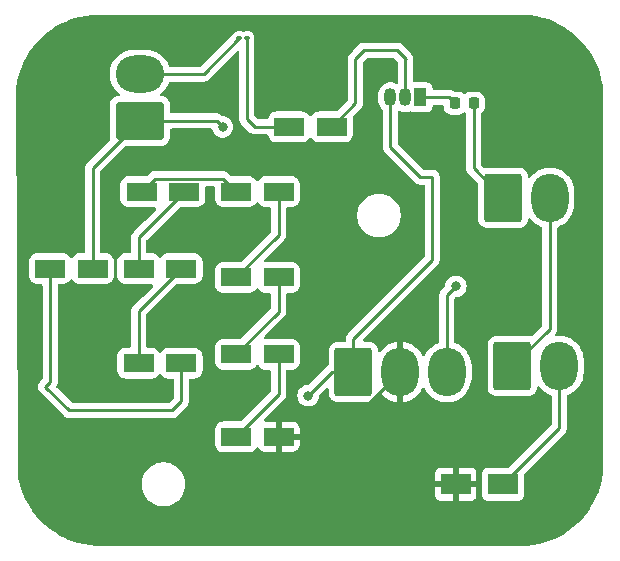
<source format=gbr>
%TF.GenerationSoftware,KiCad,Pcbnew,8.0.5*%
%TF.CreationDate,2024-10-05T15:02:31-05:00*%
%TF.ProjectId,HornsBoard,486f726e-7342-46f6-9172-642e6b696361,0.0*%
%TF.SameCoordinates,Original*%
%TF.FileFunction,Copper,L1,Top*%
%TF.FilePolarity,Positive*%
%FSLAX46Y46*%
G04 Gerber Fmt 4.6, Leading zero omitted, Abs format (unit mm)*
G04 Created by KiCad (PCBNEW 8.0.5) date 2024-10-05 15:02:31*
%MOMM*%
%LPD*%
G01*
G04 APERTURE LIST*
G04 Aperture macros list*
%AMRoundRect*
0 Rectangle with rounded corners*
0 $1 Rounding radius*
0 $2 $3 $4 $5 $6 $7 $8 $9 X,Y pos of 4 corners*
0 Add a 4 corners polygon primitive as box body*
4,1,4,$2,$3,$4,$5,$6,$7,$8,$9,$2,$3,0*
0 Add four circle primitives for the rounded corners*
1,1,$1+$1,$2,$3*
1,1,$1+$1,$4,$5*
1,1,$1+$1,$6,$7*
1,1,$1+$1,$8,$9*
0 Add four rect primitives between the rounded corners*
20,1,$1+$1,$2,$3,$4,$5,0*
20,1,$1+$1,$4,$5,$6,$7,0*
20,1,$1+$1,$6,$7,$8,$9,0*
20,1,$1+$1,$8,$9,$2,$3,0*%
G04 Aperture macros list end*
%TA.AperFunction,ComponentPad*%
%ADD10RoundRect,0.250000X-1.330000X-1.800000X1.330000X-1.800000X1.330000X1.800000X-1.330000X1.800000X0*%
%TD*%
%TA.AperFunction,ComponentPad*%
%ADD11O,3.160000X4.100000*%
%TD*%
%TA.AperFunction,SMDPad,CuDef*%
%ADD12RoundRect,0.100000X-0.130000X-0.100000X0.130000X-0.100000X0.130000X0.100000X-0.130000X0.100000X0*%
%TD*%
%TA.AperFunction,ComponentPad*%
%ADD13R,1.050000X1.500000*%
%TD*%
%TA.AperFunction,ComponentPad*%
%ADD14O,1.050000X1.500000*%
%TD*%
%TA.AperFunction,ComponentPad*%
%ADD15RoundRect,0.250000X1.800000X-1.330000X1.800000X1.330000X-1.800000X1.330000X-1.800000X-1.330000X0*%
%TD*%
%TA.AperFunction,ComponentPad*%
%ADD16O,4.100000X3.160000*%
%TD*%
%TA.AperFunction,SMDPad,CuDef*%
%ADD17RoundRect,0.250000X-1.050000X-0.550000X1.050000X-0.550000X1.050000X0.550000X-1.050000X0.550000X0*%
%TD*%
%TA.AperFunction,SMDPad,CuDef*%
%ADD18RoundRect,0.218750X-0.218750X-0.256250X0.218750X-0.256250X0.218750X0.256250X-0.218750X0.256250X0*%
%TD*%
%TA.AperFunction,SMDPad,CuDef*%
%ADD19R,2.500000X1.800000*%
%TD*%
%TA.AperFunction,ViaPad*%
%ADD20C,0.800000*%
%TD*%
%TA.AperFunction,Conductor*%
%ADD21C,0.250000*%
%TD*%
G04 APERTURE END LIST*
D10*
%TO.P,J4,1,Pin_1*%
%TO.N,Net-(J4-Pin_1)*%
X168250000Y-95000000D03*
D11*
%TO.P,J4,2,Pin_2*%
%TO.N,Net-(J3-Pin_1)*%
X172210000Y-95000000D03*
%TD*%
D12*
%TO.P,R1,1*%
%TO.N,/HornCtrl*%
X145930000Y-81500000D03*
%TO.P,R1,2*%
%TO.N,Net-(C1-Pad1)*%
X146570000Y-81500000D03*
%TD*%
D13*
%TO.P,Q1,1,D*%
%TO.N,Net-(Q1-D)*%
X161250000Y-86500000D03*
D14*
%TO.P,Q1,2,G*%
%TO.N,Net-(Q1-G)*%
X159980000Y-86500000D03*
%TO.P,Q1,3,S*%
%TO.N,GND*%
X158710000Y-86500000D03*
%TD*%
D15*
%TO.P,J2,1,Pin_1*%
%TO.N,GND*%
X137500000Y-88500000D03*
D16*
%TO.P,J2,2,Pin_2*%
%TO.N,/HornCtrl*%
X137500000Y-84540000D03*
%TD*%
D17*
%TO.P,C1,1*%
%TO.N,Net-(C1-Pad1)*%
X150150000Y-89000000D03*
%TO.P,C1,2*%
%TO.N,Net-(Q1-G)*%
X153750000Y-89000000D03*
%TD*%
D10*
%TO.P,J3,1,Pin_1*%
%TO.N,Net-(J3-Pin_1)*%
X169040000Y-109250000D03*
D11*
%TO.P,J3,2,Pin_2*%
%TO.N,/HornIn*%
X173000000Y-109250000D03*
%TD*%
D17*
%TO.P,C2,1*%
%TO.N,Net-(C2-Pad1)*%
X145650000Y-101750000D03*
%TO.P,C2,2*%
%TO.N,Net-(C2-Pad2)*%
X149250000Y-101750000D03*
%TD*%
%TO.P,C9,1*%
%TO.N,Net-(C8-Pad1)*%
X145650000Y-94500000D03*
%TO.P,C9,2*%
%TO.N,Net-(C2-Pad1)*%
X149250000Y-94500000D03*
%TD*%
D18*
%TO.P,F1,1*%
%TO.N,Net-(Q1-D)*%
X164175000Y-87000000D03*
%TO.P,F1,2*%
%TO.N,Net-(J4-Pin_1)*%
X165750000Y-87000000D03*
%TD*%
D19*
%TO.P,D1,1,K*%
%TO.N,+24V*%
X164250000Y-119250000D03*
%TO.P,D1,2,A*%
%TO.N,/HornIn*%
X168250000Y-119250000D03*
%TD*%
D10*
%TO.P,J1,1,Pin_1*%
%TO.N,GND*%
X155580000Y-109750000D03*
D11*
%TO.P,J1,2,Pin_2*%
%TO.N,+24V*%
X159540000Y-109750000D03*
%TO.P,J1,3,Pin_3*%
%TO.N,GND*%
X163500000Y-109750000D03*
%TD*%
D17*
%TO.P,C5,1*%
%TO.N,Net-(C5-Pad1)*%
X137400000Y-101000000D03*
%TO.P,C5,2*%
%TO.N,Net-(C5-Pad2)*%
X141000000Y-101000000D03*
%TD*%
%TO.P,C8,1*%
%TO.N,Net-(C8-Pad1)*%
X137650000Y-94500000D03*
%TO.P,C8,2*%
%TO.N,Net-(C5-Pad1)*%
X141250000Y-94500000D03*
%TD*%
%TO.P,C7,1*%
%TO.N,Net-(C6-Pad2)*%
X129900000Y-101000000D03*
%TO.P,C7,2*%
%TO.N,GND*%
X133500000Y-101000000D03*
%TD*%
%TO.P,C4,1*%
%TO.N,Net-(C3-Pad2)*%
X145650000Y-115250000D03*
%TO.P,C4,2*%
%TO.N,+24V*%
X149250000Y-115250000D03*
%TD*%
%TO.P,C6,1*%
%TO.N,Net-(C5-Pad2)*%
X137400000Y-109000000D03*
%TO.P,C6,2*%
%TO.N,Net-(C6-Pad2)*%
X141000000Y-109000000D03*
%TD*%
%TO.P,C3,1*%
%TO.N,Net-(C2-Pad2)*%
X145650000Y-108250000D03*
%TO.P,C3,2*%
%TO.N,Net-(C3-Pad2)*%
X149250000Y-108250000D03*
%TD*%
D20*
%TO.N,GND*%
X164250000Y-102500000D03*
X151750000Y-111750000D03*
X144500000Y-89000000D03*
%TD*%
D21*
%TO.N,Net-(Q1-D)*%
X163675000Y-86500000D02*
X164175000Y-87000000D01*
X161250000Y-86500000D02*
X163675000Y-86500000D01*
%TO.N,Net-(Q1-G)*%
X156500000Y-82500000D02*
X159250000Y-82500000D01*
X160000000Y-83250000D02*
X159980000Y-83270000D01*
X155750000Y-83250000D02*
X156500000Y-82500000D01*
X155750000Y-87000000D02*
X155750000Y-83250000D01*
X159250000Y-82500000D02*
X160000000Y-83250000D01*
X153750000Y-89000000D02*
X155750000Y-87000000D01*
X159980000Y-83270000D02*
X159980000Y-86500000D01*
%TO.N,GND*%
X155580000Y-109750000D02*
X153750000Y-109750000D01*
X153750000Y-109750000D02*
X151750000Y-111750000D01*
X162250000Y-100250000D02*
X155580000Y-106920000D01*
X158710000Y-90710000D02*
X161250000Y-93250000D01*
X133500000Y-101000000D02*
X133500000Y-92500000D01*
X162250000Y-93250000D02*
X162250000Y-100250000D01*
X155580000Y-106920000D02*
X155580000Y-109750000D01*
X163500000Y-109750000D02*
X163500000Y-103250000D01*
X163500000Y-103250000D02*
X164250000Y-102500000D01*
X137500000Y-88500000D02*
X144000000Y-88500000D01*
X133500000Y-92500000D02*
X137500000Y-88500000D01*
X144000000Y-88500000D02*
X144500000Y-89000000D01*
X158710000Y-86500000D02*
X158710000Y-90710000D01*
X161250000Y-93250000D02*
X162250000Y-93250000D01*
%TO.N,/HornIn*%
X173000000Y-114500000D02*
X168250000Y-119250000D01*
X173000000Y-109250000D02*
X173000000Y-114500000D01*
%TO.N,+24V*%
X159500000Y-117500000D02*
X159540000Y-117460000D01*
X164250000Y-119250000D02*
X160750000Y-119250000D01*
X159540000Y-117460000D02*
X159540000Y-109750000D01*
X159530100Y-109750000D02*
X154030100Y-115250000D01*
X154030100Y-115250000D02*
X149250000Y-115250000D01*
X160750000Y-119250000D02*
X159500000Y-118000000D01*
X159540000Y-109750000D02*
X159530100Y-109750000D01*
X159500000Y-118000000D02*
X159500000Y-117500000D01*
%TO.N,/HornCtrl*%
X142890000Y-84540000D02*
X145930000Y-81500000D01*
X137500000Y-84540000D02*
X142890000Y-84540000D01*
%TO.N,Net-(C1-Pad1)*%
X146570000Y-81500000D02*
X146570000Y-88320000D01*
X146570000Y-88320000D02*
X147250000Y-89000000D01*
X147250000Y-89000000D02*
X150150000Y-89000000D01*
%TO.N,Net-(J4-Pin_1)*%
X165750000Y-92500000D02*
X168250000Y-95000000D01*
X165750000Y-87000000D02*
X165750000Y-92500000D01*
%TO.N,Net-(J3-Pin_1)*%
X172210000Y-95000000D02*
X172210000Y-106080000D01*
X172210000Y-106080000D02*
X169040000Y-109250000D01*
%TO.N,Net-(C2-Pad2)*%
X145650000Y-108250000D02*
X149250000Y-104650000D01*
X149250000Y-104650000D02*
X149250000Y-101750000D01*
%TO.N,Net-(C2-Pad1)*%
X149250000Y-98150000D02*
X149250000Y-94500000D01*
X145650000Y-101750000D02*
X149250000Y-98150000D01*
%TO.N,Net-(C3-Pad2)*%
X149250000Y-111650000D02*
X149250000Y-108250000D01*
X145650000Y-115250000D02*
X149250000Y-111650000D01*
%TO.N,Net-(C5-Pad2)*%
X137400000Y-104600000D02*
X137400000Y-109000000D01*
X141000000Y-101000000D02*
X137400000Y-104600000D01*
%TO.N,Net-(C5-Pad1)*%
X141250000Y-94500000D02*
X137400000Y-98350000D01*
X137400000Y-98350000D02*
X137400000Y-101000000D01*
%TO.N,Net-(C6-Pad2)*%
X129500000Y-111000000D02*
X129900000Y-110600000D01*
X141000000Y-112250000D02*
X140250000Y-113000000D01*
X129900000Y-110600000D02*
X129900000Y-101000000D01*
X140250000Y-113000000D02*
X131500000Y-113000000D01*
X131500000Y-113000000D02*
X129500000Y-111000000D01*
X141000000Y-109000000D02*
X141000000Y-112250000D01*
%TO.N,Net-(C8-Pad1)*%
X145650000Y-94500000D02*
X144525000Y-93375000D01*
X138775000Y-93375000D02*
X137650000Y-94500000D01*
X144525000Y-93375000D02*
X138775000Y-93375000D01*
%TD*%
%TA.AperFunction,Conductor*%
%TO.N,+24V*%
G36*
X170048808Y-79500365D02*
G01*
X170550231Y-79538927D01*
X170559648Y-79540015D01*
X171081656Y-79620784D01*
X171090959Y-79622592D01*
X171605213Y-79743144D01*
X171614373Y-79745667D01*
X172117862Y-79905297D01*
X172126815Y-79908518D01*
X172288453Y-79973786D01*
X172616577Y-80106281D01*
X172625238Y-80110172D01*
X173098394Y-80344908D01*
X173106724Y-80349446D01*
X173560521Y-80619793D01*
X173568474Y-80624955D01*
X173767132Y-80764998D01*
X174000178Y-80929283D01*
X174007739Y-80935060D01*
X174414836Y-81271595D01*
X174421897Y-81277903D01*
X174802015Y-81644689D01*
X174808585Y-81651535D01*
X175125283Y-82007928D01*
X175159430Y-82046354D01*
X175165473Y-82053704D01*
X175485001Y-82474252D01*
X175490463Y-82482043D01*
X175776816Y-82925872D01*
X175781664Y-82934060D01*
X176033132Y-83398524D01*
X176037338Y-83407059D01*
X176252455Y-83889448D01*
X176255993Y-83898279D01*
X176269704Y-83936707D01*
X176433486Y-84395740D01*
X176436337Y-84404818D01*
X176575161Y-84914417D01*
X176577308Y-84923687D01*
X176676647Y-85442432D01*
X176678077Y-85451839D01*
X176737414Y-85977264D01*
X176738071Y-85985591D01*
X176749874Y-86247215D01*
X176750000Y-86252785D01*
X176754461Y-117499360D01*
X176754456Y-117500542D01*
X176751977Y-117764675D01*
X176751617Y-117773019D01*
X176711073Y-118300212D01*
X176709980Y-118309665D01*
X176629217Y-118831636D01*
X176627402Y-118840976D01*
X176506857Y-119355198D01*
X176504332Y-119364372D01*
X176344703Y-119867861D01*
X176341481Y-119876814D01*
X176143722Y-120366566D01*
X176139823Y-120375246D01*
X175905097Y-120848380D01*
X175900545Y-120856736D01*
X175630215Y-121310506D01*
X175625035Y-121318488D01*
X175320720Y-121750171D01*
X175314943Y-121757731D01*
X174978407Y-122164829D01*
X174972067Y-122171925D01*
X174605326Y-122551998D01*
X174598461Y-122558587D01*
X174203645Y-122909429D01*
X174196295Y-122915472D01*
X173775747Y-123235000D01*
X173767956Y-123240462D01*
X173324127Y-123526815D01*
X173315939Y-123531663D01*
X172851475Y-123783131D01*
X172842940Y-123787337D01*
X172360551Y-124002454D01*
X172351718Y-124005993D01*
X171854259Y-124183485D01*
X171845181Y-124186336D01*
X171335582Y-124325160D01*
X171326312Y-124327307D01*
X170807567Y-124426646D01*
X170798160Y-124428076D01*
X170272735Y-124487413D01*
X170264409Y-124488070D01*
X170002857Y-124499870D01*
X169997143Y-124499996D01*
X134114274Y-124463946D01*
X134113237Y-124463941D01*
X133849035Y-124461466D01*
X133840689Y-124461106D01*
X133313497Y-124420563D01*
X133304044Y-124419470D01*
X132782073Y-124338707D01*
X132772733Y-124336892D01*
X132258510Y-124216347D01*
X132249336Y-124213822D01*
X131745847Y-124054194D01*
X131736894Y-124050972D01*
X131247141Y-123853213D01*
X131238461Y-123849314D01*
X130765327Y-123614588D01*
X130756971Y-123610036D01*
X130625416Y-123531663D01*
X130303192Y-123339701D01*
X130295239Y-123334539D01*
X129863531Y-123030208D01*
X129855975Y-123024434D01*
X129448876Y-122687897D01*
X129441787Y-122681563D01*
X129061704Y-122314813D01*
X129055118Y-122307951D01*
X128934243Y-122171925D01*
X128704268Y-121913125D01*
X128698241Y-121905794D01*
X128378701Y-121485231D01*
X128373239Y-121477439D01*
X128086895Y-121033620D01*
X128082047Y-121025433D01*
X127830573Y-120560957D01*
X127826367Y-120552422D01*
X127808903Y-120513260D01*
X127611247Y-120070024D01*
X127607716Y-120061210D01*
X127430222Y-119563745D01*
X127427371Y-119554667D01*
X127375532Y-119364372D01*
X127311334Y-119128711D01*
X137649500Y-119128711D01*
X137649500Y-119371288D01*
X137681161Y-119611785D01*
X137743947Y-119846104D01*
X137756668Y-119876814D01*
X137836776Y-120070212D01*
X137958064Y-120280289D01*
X137958066Y-120280292D01*
X137958067Y-120280293D01*
X138105733Y-120472736D01*
X138105739Y-120472743D01*
X138277256Y-120644260D01*
X138277263Y-120644266D01*
X138284736Y-120650000D01*
X138469711Y-120791936D01*
X138679788Y-120913224D01*
X138903900Y-121006054D01*
X139138211Y-121068838D01*
X139318586Y-121092584D01*
X139378711Y-121100500D01*
X139378712Y-121100500D01*
X139621289Y-121100500D01*
X139669388Y-121094167D01*
X139861789Y-121068838D01*
X140096100Y-121006054D01*
X140320212Y-120913224D01*
X140530289Y-120791936D01*
X140722738Y-120644265D01*
X140894265Y-120472738D01*
X141041936Y-120280289D01*
X141089536Y-120197844D01*
X162500000Y-120197844D01*
X162506401Y-120257372D01*
X162506403Y-120257379D01*
X162556645Y-120392086D01*
X162556649Y-120392093D01*
X162642809Y-120507187D01*
X162642812Y-120507190D01*
X162757906Y-120593350D01*
X162757913Y-120593354D01*
X162892620Y-120643596D01*
X162892627Y-120643598D01*
X162952155Y-120649999D01*
X162952172Y-120650000D01*
X164000000Y-120650000D01*
X164500000Y-120650000D01*
X165547828Y-120650000D01*
X165547844Y-120649999D01*
X165607372Y-120643598D01*
X165607379Y-120643596D01*
X165742086Y-120593354D01*
X165742093Y-120593350D01*
X165857187Y-120507190D01*
X165857190Y-120507187D01*
X165943350Y-120392093D01*
X165943354Y-120392086D01*
X165993596Y-120257379D01*
X165993598Y-120257372D01*
X165999999Y-120197844D01*
X166000000Y-120197827D01*
X166000000Y-119500000D01*
X164500000Y-119500000D01*
X164500000Y-120650000D01*
X164000000Y-120650000D01*
X164000000Y-119500000D01*
X162500000Y-119500000D01*
X162500000Y-120197844D01*
X141089536Y-120197844D01*
X141163224Y-120070212D01*
X141256054Y-119846100D01*
X141318838Y-119611789D01*
X141350500Y-119371288D01*
X141350500Y-119128712D01*
X141318838Y-118888211D01*
X141256054Y-118653900D01*
X141163224Y-118429788D01*
X141089535Y-118302155D01*
X162500000Y-118302155D01*
X162500000Y-119000000D01*
X164000000Y-119000000D01*
X164500000Y-119000000D01*
X166000000Y-119000000D01*
X166000000Y-118302172D01*
X165999999Y-118302155D01*
X165993598Y-118242627D01*
X165993596Y-118242620D01*
X165943354Y-118107913D01*
X165943350Y-118107906D01*
X165857190Y-117992812D01*
X165857187Y-117992809D01*
X165742093Y-117906649D01*
X165742086Y-117906645D01*
X165607379Y-117856403D01*
X165607372Y-117856401D01*
X165547844Y-117850000D01*
X164500000Y-117850000D01*
X164500000Y-119000000D01*
X164000000Y-119000000D01*
X164000000Y-117850000D01*
X162952155Y-117850000D01*
X162892627Y-117856401D01*
X162892620Y-117856403D01*
X162757913Y-117906645D01*
X162757906Y-117906649D01*
X162642812Y-117992809D01*
X162642809Y-117992812D01*
X162556649Y-118107906D01*
X162556645Y-118107913D01*
X162506403Y-118242620D01*
X162506401Y-118242627D01*
X162500000Y-118302155D01*
X141089535Y-118302155D01*
X141041936Y-118219711D01*
X140956145Y-118107906D01*
X140894266Y-118027263D01*
X140894260Y-118027256D01*
X140722743Y-117855739D01*
X140722736Y-117855733D01*
X140530293Y-117708067D01*
X140530292Y-117708066D01*
X140530289Y-117708064D01*
X140320212Y-117586776D01*
X140320205Y-117586773D01*
X140096104Y-117493947D01*
X139861785Y-117431161D01*
X139621289Y-117399500D01*
X139621288Y-117399500D01*
X139378712Y-117399500D01*
X139378711Y-117399500D01*
X139138214Y-117431161D01*
X138903895Y-117493947D01*
X138679794Y-117586773D01*
X138679785Y-117586777D01*
X138469706Y-117708067D01*
X138277263Y-117855733D01*
X138277256Y-117855739D01*
X138105739Y-118027256D01*
X138105733Y-118027263D01*
X137958067Y-118219706D01*
X137958064Y-118219710D01*
X137958064Y-118219711D01*
X137944833Y-118242627D01*
X137836777Y-118429785D01*
X137836773Y-118429794D01*
X137743947Y-118653895D01*
X137681161Y-118888214D01*
X137649500Y-119128711D01*
X127311334Y-119128711D01*
X127288545Y-119045056D01*
X127286404Y-119035811D01*
X127219795Y-118687983D01*
X127217584Y-118665355D01*
X127116107Y-100399447D01*
X128091500Y-100399447D01*
X128091500Y-101600537D01*
X128091501Y-101600553D01*
X128102113Y-101704427D01*
X128103590Y-101708883D01*
X128157885Y-101872738D01*
X128250970Y-102023652D01*
X128376348Y-102149030D01*
X128527262Y-102242115D01*
X128695574Y-102297887D01*
X128799455Y-102308500D01*
X129142500Y-102308499D01*
X129209539Y-102328183D01*
X129255294Y-102380987D01*
X129266500Y-102432499D01*
X129266500Y-110286234D01*
X129246815Y-110353273D01*
X129230181Y-110373915D01*
X129096167Y-110507929D01*
X129052047Y-110552049D01*
X129007927Y-110596168D01*
X128938603Y-110699918D01*
X128938598Y-110699927D01*
X128890845Y-110815214D01*
X128890843Y-110815222D01*
X128866500Y-110937601D01*
X128866500Y-111062398D01*
X128890843Y-111184777D01*
X128890845Y-111184785D01*
X128938598Y-111300072D01*
X128938603Y-111300081D01*
X129007928Y-111403832D01*
X129007931Y-111403836D01*
X131096163Y-113492068D01*
X131096167Y-113492071D01*
X131199918Y-113561396D01*
X131199924Y-113561399D01*
X131199925Y-113561400D01*
X131315215Y-113609155D01*
X131437601Y-113633499D01*
X131437605Y-113633500D01*
X131437606Y-113633500D01*
X140312395Y-113633500D01*
X140312396Y-113633499D01*
X140434785Y-113609155D01*
X140550075Y-113561400D01*
X140653833Y-113492071D01*
X141492071Y-112653833D01*
X141561400Y-112550075D01*
X141609155Y-112434785D01*
X141633500Y-112312394D01*
X141633500Y-112187606D01*
X141633500Y-110432499D01*
X141653185Y-110365460D01*
X141705989Y-110319705D01*
X141757500Y-110308499D01*
X142100537Y-110308499D01*
X142100544Y-110308499D01*
X142204426Y-110297887D01*
X142372738Y-110242115D01*
X142523652Y-110149030D01*
X142649030Y-110023652D01*
X142742115Y-109872738D01*
X142797887Y-109704426D01*
X142808500Y-109600545D01*
X142808499Y-108399456D01*
X142797887Y-108295574D01*
X142742115Y-108127262D01*
X142649030Y-107976348D01*
X142523652Y-107850970D01*
X142372738Y-107757885D01*
X142372735Y-107757884D01*
X142204427Y-107702113D01*
X142100545Y-107691500D01*
X139899462Y-107691500D01*
X139899446Y-107691501D01*
X139795572Y-107702113D01*
X139627264Y-107757884D01*
X139627259Y-107757886D01*
X139476346Y-107850971D01*
X139350970Y-107976347D01*
X139350967Y-107976351D01*
X139305538Y-108050003D01*
X139253590Y-108096728D01*
X139184627Y-108107949D01*
X139120545Y-108080106D01*
X139094462Y-108050003D01*
X139049032Y-107976351D01*
X139049029Y-107976347D01*
X138923653Y-107850971D01*
X138923652Y-107850970D01*
X138772738Y-107757885D01*
X138772735Y-107757884D01*
X138604427Y-107702113D01*
X138500552Y-107691500D01*
X138500545Y-107691500D01*
X138157500Y-107691500D01*
X138090461Y-107671815D01*
X138044706Y-107619011D01*
X138033500Y-107567500D01*
X138033500Y-104913765D01*
X138053185Y-104846726D01*
X138069814Y-104826089D01*
X140551085Y-102344817D01*
X140612408Y-102311333D01*
X140638766Y-102308499D01*
X142100537Y-102308499D01*
X142100544Y-102308499D01*
X142204426Y-102297887D01*
X142372738Y-102242115D01*
X142523652Y-102149030D01*
X142649030Y-102023652D01*
X142742115Y-101872738D01*
X142797887Y-101704426D01*
X142808500Y-101600545D01*
X142808499Y-100399456D01*
X142797887Y-100295574D01*
X142742115Y-100127262D01*
X142649030Y-99976348D01*
X142523652Y-99850970D01*
X142372738Y-99757885D01*
X142372735Y-99757884D01*
X142204427Y-99702113D01*
X142100545Y-99691500D01*
X139899462Y-99691500D01*
X139899446Y-99691501D01*
X139795572Y-99702113D01*
X139627264Y-99757884D01*
X139627259Y-99757886D01*
X139476346Y-99850971D01*
X139350970Y-99976347D01*
X139350967Y-99976351D01*
X139305538Y-100050003D01*
X139253590Y-100096728D01*
X139184627Y-100107949D01*
X139120545Y-100080106D01*
X139094462Y-100050003D01*
X139049032Y-99976351D01*
X139049029Y-99976347D01*
X138923653Y-99850971D01*
X138923652Y-99850970D01*
X138772738Y-99757885D01*
X138772735Y-99757884D01*
X138604427Y-99702113D01*
X138500552Y-99691500D01*
X138500545Y-99691500D01*
X138157500Y-99691500D01*
X138090461Y-99671815D01*
X138044706Y-99619011D01*
X138033500Y-99567500D01*
X138033500Y-98663765D01*
X138053185Y-98596726D01*
X138069814Y-98576089D01*
X140801085Y-95844817D01*
X140862408Y-95811333D01*
X140888766Y-95808499D01*
X142350537Y-95808499D01*
X142350544Y-95808499D01*
X142454426Y-95797887D01*
X142622738Y-95742115D01*
X142773652Y-95649030D01*
X142899030Y-95523652D01*
X142992115Y-95372738D01*
X143047887Y-95204426D01*
X143058500Y-95100545D01*
X143058499Y-94132499D01*
X143078183Y-94065461D01*
X143130987Y-94019706D01*
X143182499Y-94008500D01*
X143717500Y-94008500D01*
X143784539Y-94028185D01*
X143830294Y-94080989D01*
X143841500Y-94132500D01*
X143841500Y-95100537D01*
X143841501Y-95100553D01*
X143850000Y-95183742D01*
X143852113Y-95204426D01*
X143907885Y-95372738D01*
X144000970Y-95523652D01*
X144126348Y-95649030D01*
X144277262Y-95742115D01*
X144445574Y-95797887D01*
X144549455Y-95808500D01*
X146750544Y-95808499D01*
X146854426Y-95797887D01*
X147022738Y-95742115D01*
X147173652Y-95649030D01*
X147299030Y-95523652D01*
X147344462Y-95449994D01*
X147396409Y-95403272D01*
X147465372Y-95392049D01*
X147529454Y-95419893D01*
X147555536Y-95449993D01*
X147600970Y-95523652D01*
X147726348Y-95649030D01*
X147877262Y-95742115D01*
X148045574Y-95797887D01*
X148149455Y-95808500D01*
X148492500Y-95808499D01*
X148559539Y-95828183D01*
X148605294Y-95880987D01*
X148616500Y-95932499D01*
X148616500Y-97836233D01*
X148596815Y-97903272D01*
X148580181Y-97923914D01*
X146098913Y-100405181D01*
X146037590Y-100438666D01*
X146011232Y-100441500D01*
X144549462Y-100441500D01*
X144549446Y-100441501D01*
X144445572Y-100452113D01*
X144277264Y-100507884D01*
X144277259Y-100507886D01*
X144126346Y-100600971D01*
X144000971Y-100726346D01*
X143907886Y-100877259D01*
X143907884Y-100877264D01*
X143852113Y-101045572D01*
X143841500Y-101149447D01*
X143841500Y-102350537D01*
X143841501Y-102350553D01*
X143852113Y-102454427D01*
X143873901Y-102520180D01*
X143907885Y-102622738D01*
X144000970Y-102773652D01*
X144126348Y-102899030D01*
X144277262Y-102992115D01*
X144445574Y-103047887D01*
X144549455Y-103058500D01*
X146750544Y-103058499D01*
X146854426Y-103047887D01*
X147022738Y-102992115D01*
X147173652Y-102899030D01*
X147299030Y-102773652D01*
X147344462Y-102699994D01*
X147396409Y-102653272D01*
X147465372Y-102642049D01*
X147529454Y-102669893D01*
X147555536Y-102699993D01*
X147600970Y-102773652D01*
X147726348Y-102899030D01*
X147877262Y-102992115D01*
X148045574Y-103047887D01*
X148149455Y-103058500D01*
X148492500Y-103058499D01*
X148559539Y-103078183D01*
X148605294Y-103130987D01*
X148616500Y-103182499D01*
X148616500Y-104336233D01*
X148596815Y-104403272D01*
X148580181Y-104423914D01*
X146098913Y-106905181D01*
X146037590Y-106938666D01*
X146011232Y-106941500D01*
X144549462Y-106941500D01*
X144549446Y-106941501D01*
X144445572Y-106952113D01*
X144277264Y-107007884D01*
X144277259Y-107007886D01*
X144126346Y-107100971D01*
X144000971Y-107226346D01*
X143907886Y-107377259D01*
X143907884Y-107377264D01*
X143852113Y-107545572D01*
X143841500Y-107649447D01*
X143841500Y-108850537D01*
X143841501Y-108850553D01*
X143852113Y-108954427D01*
X143907884Y-109122735D01*
X143907886Y-109122740D01*
X143926719Y-109153272D01*
X144000970Y-109273652D01*
X144126348Y-109399030D01*
X144277262Y-109492115D01*
X144445574Y-109547887D01*
X144549455Y-109558500D01*
X146750544Y-109558499D01*
X146854426Y-109547887D01*
X147022738Y-109492115D01*
X147173652Y-109399030D01*
X147299030Y-109273652D01*
X147344462Y-109199994D01*
X147396409Y-109153272D01*
X147465372Y-109142049D01*
X147529454Y-109169893D01*
X147555536Y-109199993D01*
X147600970Y-109273652D01*
X147726348Y-109399030D01*
X147877262Y-109492115D01*
X148045574Y-109547887D01*
X148149455Y-109558500D01*
X148492500Y-109558499D01*
X148559539Y-109578183D01*
X148605294Y-109630987D01*
X148616500Y-109682499D01*
X148616500Y-111336233D01*
X148596815Y-111403272D01*
X148580181Y-111423914D01*
X146098913Y-113905181D01*
X146037590Y-113938666D01*
X146011232Y-113941500D01*
X144549462Y-113941500D01*
X144549446Y-113941501D01*
X144445572Y-113952113D01*
X144277264Y-114007884D01*
X144277259Y-114007886D01*
X144126346Y-114100971D01*
X144000971Y-114226346D01*
X143907886Y-114377259D01*
X143907884Y-114377264D01*
X143852113Y-114545572D01*
X143841500Y-114649447D01*
X143841500Y-115850537D01*
X143841501Y-115850553D01*
X143852113Y-115954427D01*
X143907884Y-116122735D01*
X143907886Y-116122740D01*
X143921725Y-116145176D01*
X144000970Y-116273652D01*
X144126348Y-116399030D01*
X144277262Y-116492115D01*
X144445574Y-116547887D01*
X144549455Y-116558500D01*
X146750544Y-116558499D01*
X146854426Y-116547887D01*
X147022738Y-116492115D01*
X147173652Y-116399030D01*
X147299030Y-116273652D01*
X147349455Y-116191899D01*
X147401402Y-116145176D01*
X147470364Y-116133953D01*
X147534446Y-116161796D01*
X147560531Y-116191900D01*
X147607680Y-116268340D01*
X147607683Y-116268344D01*
X147731654Y-116392315D01*
X147880875Y-116484356D01*
X147880880Y-116484358D01*
X148047302Y-116539505D01*
X148047309Y-116539506D01*
X148150019Y-116549999D01*
X148999999Y-116549999D01*
X149500000Y-116549999D01*
X150349972Y-116549999D01*
X150349986Y-116549998D01*
X150452697Y-116539505D01*
X150619119Y-116484358D01*
X150619124Y-116484356D01*
X150768345Y-116392315D01*
X150892315Y-116268345D01*
X150984356Y-116119124D01*
X150984358Y-116119119D01*
X151039505Y-115952697D01*
X151039506Y-115952690D01*
X151049999Y-115849986D01*
X151050000Y-115849973D01*
X151050000Y-115500000D01*
X149500000Y-115500000D01*
X149500000Y-116549999D01*
X148999999Y-116549999D01*
X149000000Y-116549998D01*
X149000000Y-115000000D01*
X149500000Y-115000000D01*
X151049999Y-115000000D01*
X151049999Y-114650028D01*
X151049998Y-114650013D01*
X151039505Y-114547302D01*
X150984358Y-114380880D01*
X150984356Y-114380875D01*
X150892315Y-114231654D01*
X150768345Y-114107684D01*
X150619124Y-114015643D01*
X150619119Y-114015641D01*
X150452697Y-113960494D01*
X150452690Y-113960493D01*
X150349986Y-113950000D01*
X149500000Y-113950000D01*
X149500000Y-115000000D01*
X149000000Y-115000000D01*
X149000000Y-113950000D01*
X148999999Y-113950000D01*
X148146865Y-113950001D01*
X148146865Y-113948837D01*
X148083473Y-113933643D01*
X148035119Y-113883208D01*
X148021708Y-113814638D01*
X148047498Y-113749702D01*
X148057487Y-113738416D01*
X149742071Y-112053833D01*
X149811400Y-111950075D01*
X149859155Y-111834785D01*
X149883500Y-111712394D01*
X149883500Y-111587606D01*
X149883500Y-109682499D01*
X149903185Y-109615460D01*
X149955989Y-109569705D01*
X150007500Y-109558499D01*
X150350537Y-109558499D01*
X150350544Y-109558499D01*
X150454426Y-109547887D01*
X150622738Y-109492115D01*
X150773652Y-109399030D01*
X150899030Y-109273652D01*
X150992115Y-109122738D01*
X151047887Y-108954426D01*
X151058500Y-108850545D01*
X151058499Y-107649456D01*
X151047887Y-107545574D01*
X150992115Y-107377262D01*
X150899030Y-107226348D01*
X150773652Y-107100970D01*
X150622738Y-107007885D01*
X150622735Y-107007884D01*
X150454427Y-106952113D01*
X150350552Y-106941500D01*
X148153764Y-106941500D01*
X148086725Y-106921815D01*
X148040970Y-106869011D01*
X148031026Y-106799853D01*
X148060051Y-106736297D01*
X148066065Y-106729837D01*
X149742071Y-105053833D01*
X149811400Y-104950075D01*
X149859155Y-104834785D01*
X149883500Y-104712394D01*
X149883500Y-104587606D01*
X149883500Y-103182499D01*
X149903185Y-103115460D01*
X149955989Y-103069705D01*
X150007500Y-103058499D01*
X150350537Y-103058499D01*
X150350544Y-103058499D01*
X150454426Y-103047887D01*
X150622738Y-102992115D01*
X150773652Y-102899030D01*
X150899030Y-102773652D01*
X150992115Y-102622738D01*
X151047887Y-102454426D01*
X151058500Y-102350545D01*
X151058499Y-101149456D01*
X151047887Y-101045574D01*
X150992115Y-100877262D01*
X150899030Y-100726348D01*
X150773652Y-100600970D01*
X150622738Y-100507885D01*
X150622735Y-100507884D01*
X150454427Y-100452113D01*
X150350552Y-100441500D01*
X148153764Y-100441500D01*
X148086725Y-100421815D01*
X148040970Y-100369011D01*
X148031026Y-100299853D01*
X148060051Y-100236297D01*
X148066065Y-100229837D01*
X149742071Y-98553833D01*
X149811400Y-98450075D01*
X149859155Y-98334785D01*
X149883500Y-98212394D01*
X149883500Y-98087606D01*
X149883500Y-96378711D01*
X155899500Y-96378711D01*
X155899500Y-96621288D01*
X155929682Y-96850553D01*
X155931162Y-96861789D01*
X155962554Y-96978944D01*
X155993947Y-97096104D01*
X156086773Y-97320205D01*
X156086776Y-97320212D01*
X156208064Y-97530289D01*
X156208066Y-97530292D01*
X156208067Y-97530293D01*
X156355733Y-97722736D01*
X156355739Y-97722743D01*
X156527256Y-97894260D01*
X156527262Y-97894265D01*
X156719711Y-98041936D01*
X156929788Y-98163224D01*
X157153900Y-98256054D01*
X157388211Y-98318838D01*
X157568586Y-98342584D01*
X157628711Y-98350500D01*
X157628712Y-98350500D01*
X157871289Y-98350500D01*
X157919388Y-98344167D01*
X158111789Y-98318838D01*
X158346100Y-98256054D01*
X158570212Y-98163224D01*
X158780289Y-98041936D01*
X158972738Y-97894265D01*
X159144265Y-97722738D01*
X159291936Y-97530289D01*
X159413224Y-97320212D01*
X159506054Y-97096100D01*
X159568838Y-96861789D01*
X159600500Y-96621288D01*
X159600500Y-96378712D01*
X159568838Y-96138211D01*
X159506054Y-95903900D01*
X159413224Y-95679788D01*
X159291936Y-95469711D01*
X159144265Y-95277262D01*
X159144260Y-95277256D01*
X158972743Y-95105739D01*
X158972736Y-95105733D01*
X158780293Y-94958067D01*
X158780292Y-94958066D01*
X158780289Y-94958064D01*
X158570212Y-94836776D01*
X158570205Y-94836773D01*
X158346104Y-94743947D01*
X158111785Y-94681161D01*
X157871289Y-94649500D01*
X157871288Y-94649500D01*
X157628712Y-94649500D01*
X157628711Y-94649500D01*
X157388214Y-94681161D01*
X157153895Y-94743947D01*
X156929794Y-94836773D01*
X156929785Y-94836777D01*
X156719706Y-94958067D01*
X156527263Y-95105733D01*
X156527256Y-95105739D01*
X156355739Y-95277256D01*
X156355733Y-95277263D01*
X156208067Y-95469706D01*
X156086777Y-95679785D01*
X156086773Y-95679794D01*
X155993947Y-95903895D01*
X155931161Y-96138214D01*
X155899500Y-96378711D01*
X149883500Y-96378711D01*
X149883500Y-95932499D01*
X149903185Y-95865460D01*
X149955989Y-95819705D01*
X150007500Y-95808499D01*
X150350537Y-95808499D01*
X150350544Y-95808499D01*
X150454426Y-95797887D01*
X150622738Y-95742115D01*
X150773652Y-95649030D01*
X150899030Y-95523652D01*
X150992115Y-95372738D01*
X151047887Y-95204426D01*
X151058500Y-95100545D01*
X151058499Y-93899456D01*
X151047887Y-93795574D01*
X150992115Y-93627262D01*
X150899030Y-93476348D01*
X150773652Y-93350970D01*
X150674234Y-93289648D01*
X150622740Y-93257886D01*
X150622735Y-93257884D01*
X150454427Y-93202113D01*
X150350545Y-93191500D01*
X148149462Y-93191500D01*
X148149446Y-93191501D01*
X148045572Y-93202113D01*
X147877264Y-93257884D01*
X147877259Y-93257886D01*
X147726346Y-93350971D01*
X147600970Y-93476347D01*
X147600967Y-93476351D01*
X147555538Y-93550003D01*
X147503590Y-93596728D01*
X147434627Y-93607949D01*
X147370545Y-93580106D01*
X147344462Y-93550003D01*
X147299032Y-93476351D01*
X147299029Y-93476347D01*
X147173653Y-93350971D01*
X147173652Y-93350970D01*
X147074234Y-93289648D01*
X147022740Y-93257886D01*
X147022735Y-93257884D01*
X146854427Y-93202113D01*
X146750552Y-93191500D01*
X146750545Y-93191500D01*
X145288766Y-93191500D01*
X145221727Y-93171815D01*
X145201085Y-93155181D01*
X144928836Y-92882931D01*
X144928832Y-92882928D01*
X144825081Y-92813603D01*
X144825072Y-92813598D01*
X144709785Y-92765845D01*
X144709777Y-92765843D01*
X144587398Y-92741500D01*
X144587394Y-92741500D01*
X138837394Y-92741500D01*
X138712606Y-92741500D01*
X138712601Y-92741500D01*
X138590222Y-92765843D01*
X138590214Y-92765845D01*
X138474927Y-92813598D01*
X138474918Y-92813603D01*
X138371167Y-92882928D01*
X138371163Y-92882931D01*
X138098913Y-93155181D01*
X138037590Y-93188666D01*
X138011232Y-93191500D01*
X136549462Y-93191500D01*
X136549446Y-93191501D01*
X136445572Y-93202113D01*
X136277264Y-93257884D01*
X136277259Y-93257886D01*
X136126346Y-93350971D01*
X136000971Y-93476346D01*
X135907886Y-93627259D01*
X135907884Y-93627264D01*
X135852113Y-93795572D01*
X135841500Y-93899447D01*
X135841500Y-95100537D01*
X135841501Y-95100553D01*
X135850000Y-95183742D01*
X135852113Y-95204426D01*
X135907885Y-95372738D01*
X136000970Y-95523652D01*
X136126348Y-95649030D01*
X136277262Y-95742115D01*
X136445574Y-95797887D01*
X136549455Y-95808500D01*
X138746234Y-95808499D01*
X138813273Y-95828184D01*
X138859028Y-95880987D01*
X138868972Y-95950146D01*
X138839947Y-96013702D01*
X138833915Y-96020180D01*
X137899670Y-96954426D01*
X136996167Y-97857929D01*
X136966500Y-97887596D01*
X136907927Y-97946168D01*
X136838603Y-98049918D01*
X136838598Y-98049927D01*
X136790845Y-98165214D01*
X136790843Y-98165222D01*
X136766500Y-98287601D01*
X136766500Y-99567500D01*
X136746815Y-99634539D01*
X136694011Y-99680294D01*
X136642500Y-99691500D01*
X136299462Y-99691500D01*
X136299446Y-99691501D01*
X136195572Y-99702113D01*
X136027264Y-99757884D01*
X136027259Y-99757886D01*
X135876346Y-99850971D01*
X135750971Y-99976346D01*
X135657886Y-100127259D01*
X135657884Y-100127264D01*
X135602113Y-100295572D01*
X135591500Y-100399447D01*
X135591500Y-101600537D01*
X135591501Y-101600553D01*
X135602113Y-101704427D01*
X135603590Y-101708883D01*
X135657885Y-101872738D01*
X135750970Y-102023652D01*
X135876348Y-102149030D01*
X136027262Y-102242115D01*
X136195574Y-102297887D01*
X136299455Y-102308500D01*
X138496234Y-102308499D01*
X138563273Y-102328184D01*
X138609028Y-102380987D01*
X138618972Y-102450146D01*
X138589947Y-102513702D01*
X138583915Y-102520180D01*
X137735302Y-103368794D01*
X136996167Y-104107929D01*
X136952047Y-104152049D01*
X136907927Y-104196168D01*
X136838603Y-104299918D01*
X136838598Y-104299927D01*
X136790845Y-104415214D01*
X136790843Y-104415222D01*
X136766500Y-104537601D01*
X136766500Y-107567500D01*
X136746815Y-107634539D01*
X136694011Y-107680294D01*
X136642500Y-107691500D01*
X136299462Y-107691500D01*
X136299446Y-107691501D01*
X136195572Y-107702113D01*
X136027264Y-107757884D01*
X136027259Y-107757886D01*
X135876346Y-107850971D01*
X135750971Y-107976346D01*
X135657886Y-108127259D01*
X135657884Y-108127264D01*
X135602113Y-108295572D01*
X135591500Y-108399447D01*
X135591500Y-109600537D01*
X135591501Y-109600553D01*
X135598216Y-109666282D01*
X135602113Y-109704426D01*
X135657885Y-109872738D01*
X135750970Y-110023652D01*
X135876348Y-110149030D01*
X136027262Y-110242115D01*
X136195574Y-110297887D01*
X136299455Y-110308500D01*
X138500544Y-110308499D01*
X138604426Y-110297887D01*
X138772738Y-110242115D01*
X138923652Y-110149030D01*
X139049030Y-110023652D01*
X139094462Y-109949994D01*
X139146409Y-109903272D01*
X139215372Y-109892049D01*
X139279454Y-109919893D01*
X139305536Y-109949993D01*
X139350970Y-110023652D01*
X139476348Y-110149030D01*
X139627262Y-110242115D01*
X139795574Y-110297887D01*
X139899455Y-110308500D01*
X140242500Y-110308499D01*
X140309539Y-110328183D01*
X140355294Y-110380987D01*
X140366500Y-110432499D01*
X140366500Y-111936234D01*
X140346815Y-112003273D01*
X140330181Y-112023915D01*
X140023915Y-112330181D01*
X139962592Y-112363666D01*
X139936234Y-112366500D01*
X131813766Y-112366500D01*
X131746727Y-112346815D01*
X131726085Y-112330181D01*
X130467099Y-111071195D01*
X130433614Y-111009872D01*
X130438598Y-110940180D01*
X130451676Y-110914627D01*
X130461400Y-110900075D01*
X130509155Y-110784785D01*
X130533500Y-110662394D01*
X130533500Y-102432499D01*
X130553185Y-102365460D01*
X130605989Y-102319705D01*
X130657500Y-102308499D01*
X131000537Y-102308499D01*
X131000544Y-102308499D01*
X131104426Y-102297887D01*
X131272738Y-102242115D01*
X131423652Y-102149030D01*
X131549030Y-102023652D01*
X131594462Y-101949994D01*
X131646409Y-101903272D01*
X131715372Y-101892049D01*
X131779454Y-101919893D01*
X131805536Y-101949993D01*
X131850970Y-102023652D01*
X131976348Y-102149030D01*
X132127262Y-102242115D01*
X132295574Y-102297887D01*
X132399455Y-102308500D01*
X134600544Y-102308499D01*
X134704426Y-102297887D01*
X134872738Y-102242115D01*
X135023652Y-102149030D01*
X135149030Y-102023652D01*
X135242115Y-101872738D01*
X135297887Y-101704426D01*
X135308500Y-101600545D01*
X135308499Y-100399456D01*
X135297887Y-100295574D01*
X135242115Y-100127262D01*
X135149030Y-99976348D01*
X135023652Y-99850970D01*
X134872738Y-99757885D01*
X134872735Y-99757884D01*
X134704427Y-99702113D01*
X134600552Y-99691500D01*
X134600545Y-99691500D01*
X134257500Y-99691500D01*
X134190461Y-99671815D01*
X134144706Y-99619011D01*
X134133500Y-99567500D01*
X134133500Y-92813765D01*
X134153185Y-92746726D01*
X134169814Y-92726089D01*
X136271085Y-90624817D01*
X136332408Y-90591333D01*
X136358766Y-90588499D01*
X139350537Y-90588499D01*
X139350544Y-90588499D01*
X139454426Y-90577887D01*
X139622738Y-90522115D01*
X139773652Y-90429030D01*
X139899030Y-90303652D01*
X139992115Y-90152738D01*
X140047887Y-89984426D01*
X140058500Y-89880545D01*
X140058500Y-89257500D01*
X140078185Y-89190461D01*
X140130989Y-89144706D01*
X140182500Y-89133500D01*
X143498032Y-89133500D01*
X143565071Y-89153185D01*
X143610826Y-89205989D01*
X143615963Y-89219182D01*
X143665470Y-89371549D01*
X143665473Y-89371556D01*
X143760960Y-89536944D01*
X143888747Y-89678866D01*
X144043248Y-89791118D01*
X144217712Y-89868794D01*
X144404513Y-89908500D01*
X144595487Y-89908500D01*
X144782288Y-89868794D01*
X144956752Y-89791118D01*
X145111253Y-89678866D01*
X145239040Y-89536944D01*
X145334527Y-89371556D01*
X145393542Y-89189928D01*
X145413504Y-89000000D01*
X145393542Y-88810072D01*
X145334527Y-88628444D01*
X145239040Y-88463056D01*
X145111253Y-88321134D01*
X144956752Y-88208882D01*
X144782288Y-88131206D01*
X144782286Y-88131205D01*
X144595487Y-88091500D01*
X144538766Y-88091500D01*
X144471727Y-88071815D01*
X144451084Y-88055180D01*
X144403836Y-88007931D01*
X144403832Y-88007928D01*
X144300081Y-87938603D01*
X144300072Y-87938598D01*
X144184785Y-87890845D01*
X144184777Y-87890843D01*
X144062398Y-87866500D01*
X144062394Y-87866500D01*
X140182499Y-87866500D01*
X140115460Y-87846815D01*
X140069705Y-87794011D01*
X140058499Y-87742500D01*
X140058499Y-87119462D01*
X140058498Y-87119446D01*
X140052670Y-87062395D01*
X140047887Y-87015574D01*
X139992115Y-86847262D01*
X139899030Y-86696348D01*
X139773652Y-86570970D01*
X139622738Y-86477885D01*
X139622735Y-86477884D01*
X139454427Y-86422113D01*
X139350552Y-86411500D01*
X139350545Y-86411500D01*
X139327042Y-86411500D01*
X139260003Y-86391815D01*
X139214248Y-86339011D01*
X139204304Y-86269853D01*
X139233329Y-86206297D01*
X139251555Y-86189124D01*
X139272296Y-86173209D01*
X139349998Y-86113586D01*
X139543586Y-85919998D01*
X139710250Y-85702798D01*
X139847138Y-85465702D01*
X139936465Y-85250046D01*
X139980306Y-85195644D01*
X140046600Y-85173579D01*
X140051026Y-85173500D01*
X142952395Y-85173500D01*
X142952396Y-85173499D01*
X143074785Y-85149155D01*
X143190075Y-85101400D01*
X143293833Y-85032071D01*
X145724819Y-82601085D01*
X145786142Y-82567600D01*
X145855834Y-82572584D01*
X145911767Y-82614456D01*
X145936184Y-82679920D01*
X145936500Y-82688766D01*
X145936500Y-88382398D01*
X145960843Y-88504777D01*
X145960845Y-88504785D01*
X146008598Y-88620072D01*
X146008603Y-88620081D01*
X146077928Y-88723832D01*
X146077931Y-88723836D01*
X146757929Y-89403833D01*
X146846167Y-89492071D01*
X146846168Y-89492072D01*
X146949918Y-89561396D01*
X146949924Y-89561399D01*
X146949925Y-89561400D01*
X147065215Y-89609155D01*
X147187601Y-89633499D01*
X147187605Y-89633500D01*
X147187606Y-89633500D01*
X148239069Y-89633500D01*
X148306108Y-89653185D01*
X148351863Y-89705989D01*
X148356775Y-89718496D01*
X148407885Y-89872738D01*
X148500970Y-90023652D01*
X148626348Y-90149030D01*
X148777262Y-90242115D01*
X148945574Y-90297887D01*
X149049455Y-90308500D01*
X151250544Y-90308499D01*
X151354426Y-90297887D01*
X151522738Y-90242115D01*
X151673652Y-90149030D01*
X151799030Y-90023652D01*
X151844462Y-89949994D01*
X151896409Y-89903272D01*
X151965372Y-89892049D01*
X152029454Y-89919893D01*
X152055536Y-89949993D01*
X152100970Y-90023652D01*
X152226348Y-90149030D01*
X152377262Y-90242115D01*
X152545574Y-90297887D01*
X152649455Y-90308500D01*
X154850544Y-90308499D01*
X154954426Y-90297887D01*
X155122738Y-90242115D01*
X155273652Y-90149030D01*
X155399030Y-90023652D01*
X155492115Y-89872738D01*
X155547887Y-89704426D01*
X155558500Y-89600545D01*
X155558499Y-88399456D01*
X155547887Y-88295574D01*
X155522773Y-88219786D01*
X155520372Y-88149960D01*
X155552797Y-88093105D01*
X156242071Y-87403833D01*
X156311400Y-87300075D01*
X156359155Y-87184785D01*
X156383500Y-87062394D01*
X156383500Y-86937606D01*
X156383500Y-83563766D01*
X156403185Y-83496727D01*
X156419819Y-83476085D01*
X156726085Y-83169819D01*
X156787408Y-83136334D01*
X156813766Y-83133500D01*
X158936234Y-83133500D01*
X159003273Y-83153185D01*
X159023915Y-83169819D01*
X159310181Y-83456085D01*
X159343666Y-83517408D01*
X159346500Y-83543766D01*
X159346500Y-85234415D01*
X159326815Y-85301454D01*
X159274011Y-85347209D01*
X159204853Y-85357153D01*
X159175048Y-85348976D01*
X159011465Y-85281218D01*
X159011453Y-85281215D01*
X158811794Y-85241500D01*
X158811791Y-85241500D01*
X158608209Y-85241500D01*
X158608206Y-85241500D01*
X158408546Y-85281215D01*
X158408534Y-85281218D01*
X158220460Y-85359120D01*
X158220447Y-85359127D01*
X158051182Y-85472227D01*
X158051178Y-85472230D01*
X157907230Y-85616178D01*
X157907227Y-85616182D01*
X157794127Y-85785447D01*
X157794120Y-85785460D01*
X157716218Y-85973534D01*
X157716215Y-85973546D01*
X157676500Y-86173204D01*
X157676500Y-86826795D01*
X157716215Y-87026453D01*
X157716218Y-87026465D01*
X157794120Y-87214539D01*
X157794127Y-87214552D01*
X157907226Y-87383816D01*
X157907227Y-87383817D01*
X157907228Y-87383818D01*
X158040182Y-87516772D01*
X158073666Y-87578093D01*
X158076500Y-87604452D01*
X158076500Y-90772398D01*
X158100843Y-90894777D01*
X158100845Y-90894785D01*
X158148598Y-91010072D01*
X158148603Y-91010081D01*
X158217928Y-91113832D01*
X158217931Y-91113836D01*
X160757929Y-93653833D01*
X160846167Y-93742071D01*
X160846168Y-93742072D01*
X160949918Y-93811396D01*
X160949924Y-93811399D01*
X160949925Y-93811400D01*
X161065215Y-93859155D01*
X161187601Y-93883499D01*
X161187605Y-93883500D01*
X161187606Y-93883500D01*
X161492500Y-93883500D01*
X161559539Y-93903185D01*
X161605294Y-93955989D01*
X161616500Y-94007500D01*
X161616500Y-99936234D01*
X161596815Y-100003273D01*
X161580181Y-100023915D01*
X155176167Y-106427929D01*
X155132047Y-106472049D01*
X155087927Y-106516168D01*
X155018603Y-106619918D01*
X155018598Y-106619927D01*
X154970845Y-106735214D01*
X154970843Y-106735222D01*
X154946500Y-106857601D01*
X154946500Y-107067500D01*
X154926815Y-107134539D01*
X154874011Y-107180294D01*
X154822500Y-107191500D01*
X154199462Y-107191500D01*
X154199446Y-107191501D01*
X154095572Y-107202113D01*
X153927264Y-107257884D01*
X153927259Y-107257886D01*
X153776346Y-107350971D01*
X153650971Y-107476346D01*
X153557886Y-107627259D01*
X153557884Y-107627264D01*
X153502113Y-107795572D01*
X153491500Y-107899447D01*
X153491500Y-109094541D01*
X153471815Y-109161580D01*
X153436391Y-109197643D01*
X153346167Y-109257928D01*
X153346163Y-109257931D01*
X151798915Y-110805181D01*
X151737592Y-110838666D01*
X151711234Y-110841500D01*
X151654513Y-110841500D01*
X151467714Y-110881205D01*
X151293246Y-110958883D01*
X151138745Y-111071135D01*
X151010959Y-111213057D01*
X150915473Y-111378443D01*
X150915470Y-111378450D01*
X150868291Y-111523653D01*
X150856458Y-111560072D01*
X150836496Y-111750000D01*
X150856458Y-111939928D01*
X150856459Y-111939931D01*
X150915470Y-112121549D01*
X150915473Y-112121556D01*
X151010960Y-112286944D01*
X151138747Y-112428866D01*
X151293248Y-112541118D01*
X151467712Y-112618794D01*
X151654513Y-112658500D01*
X151845487Y-112658500D01*
X152032288Y-112618794D01*
X152206752Y-112541118D01*
X152361253Y-112428866D01*
X152489040Y-112286944D01*
X152584527Y-112121556D01*
X152643542Y-111939928D01*
X152660981Y-111773997D01*
X152687564Y-111709387D01*
X152696611Y-111699291D01*
X153279821Y-111116081D01*
X153341142Y-111082598D01*
X153410834Y-111087582D01*
X153466767Y-111129454D01*
X153491184Y-111194918D01*
X153491500Y-111203764D01*
X153491500Y-111600537D01*
X153491501Y-111600553D01*
X153502113Y-111704427D01*
X153517214Y-111750000D01*
X153557885Y-111872738D01*
X153650970Y-112023652D01*
X153776348Y-112149030D01*
X153927262Y-112242115D01*
X154095574Y-112297887D01*
X154199455Y-112308500D01*
X156960544Y-112308499D01*
X157064426Y-112297887D01*
X157232738Y-112242115D01*
X157383652Y-112149030D01*
X157509030Y-112023652D01*
X157602115Y-111872738D01*
X157657887Y-111704426D01*
X157668500Y-111600545D01*
X157668499Y-111563078D01*
X157688182Y-111496042D01*
X157740985Y-111450286D01*
X157810143Y-111440341D01*
X157873699Y-111469364D01*
X157890874Y-111487592D01*
X157972818Y-111594382D01*
X157972826Y-111594391D01*
X158165609Y-111787174D01*
X158165617Y-111787181D01*
X158381933Y-111953168D01*
X158618062Y-112089496D01*
X158618072Y-112089500D01*
X158869970Y-112193840D01*
X159133344Y-112264411D01*
X159290000Y-112285034D01*
X159290000Y-110566480D01*
X159292064Y-110567335D01*
X159456282Y-110600000D01*
X159623718Y-110600000D01*
X159787936Y-110567335D01*
X159790000Y-110566480D01*
X159790000Y-112285033D01*
X159946655Y-112264411D01*
X160210029Y-112193840D01*
X160461927Y-112089500D01*
X160461937Y-112089496D01*
X160698066Y-111953168D01*
X160914382Y-111787181D01*
X160914391Y-111787174D01*
X161107174Y-111594391D01*
X161107181Y-111594382D01*
X161273169Y-111378065D01*
X161273171Y-111378061D01*
X161407705Y-111145040D01*
X161458271Y-111096824D01*
X161526878Y-111083600D01*
X161591743Y-111109568D01*
X161622479Y-111145039D01*
X161759745Y-111382790D01*
X161759756Y-111382806D01*
X161926412Y-111599996D01*
X161926418Y-111600003D01*
X162119996Y-111793581D01*
X162120003Y-111793587D01*
X162223157Y-111872740D01*
X162337202Y-111960250D01*
X162337209Y-111960254D01*
X162574290Y-112097134D01*
X162574295Y-112097136D01*
X162574298Y-112097138D01*
X162733795Y-112163203D01*
X162807757Y-112193840D01*
X162827233Y-112201907D01*
X163091680Y-112272765D01*
X163350046Y-112306779D01*
X163363096Y-112308498D01*
X163363112Y-112308500D01*
X163363119Y-112308500D01*
X163636881Y-112308500D01*
X163636888Y-112308500D01*
X163908320Y-112272765D01*
X164172767Y-112201907D01*
X164425702Y-112097138D01*
X164662798Y-111960250D01*
X164879998Y-111793586D01*
X165073586Y-111599998D01*
X165240250Y-111382798D01*
X165377138Y-111145702D01*
X165481907Y-110892767D01*
X165552765Y-110628320D01*
X165588500Y-110356888D01*
X165588500Y-109143112D01*
X165552765Y-108871680D01*
X165481907Y-108607233D01*
X165377138Y-108354298D01*
X165377136Y-108354295D01*
X165377134Y-108354290D01*
X165240254Y-108117209D01*
X165240250Y-108117202D01*
X165168390Y-108023552D01*
X165073587Y-107900003D01*
X165073581Y-107899996D01*
X164880003Y-107706418D01*
X164879996Y-107706412D01*
X164662806Y-107539756D01*
X164662804Y-107539754D01*
X164662798Y-107539750D01*
X164662793Y-107539747D01*
X164662790Y-107539745D01*
X164425709Y-107402865D01*
X164425698Y-107402860D01*
X164210047Y-107313535D01*
X164155644Y-107269694D01*
X164133579Y-107203400D01*
X164133500Y-107198974D01*
X164133500Y-103563766D01*
X164153185Y-103496727D01*
X164169819Y-103476085D01*
X164201085Y-103444819D01*
X164262408Y-103411334D01*
X164288766Y-103408500D01*
X164345487Y-103408500D01*
X164532288Y-103368794D01*
X164706752Y-103291118D01*
X164861253Y-103178866D01*
X164989040Y-103036944D01*
X165084527Y-102871556D01*
X165143542Y-102689928D01*
X165163504Y-102500000D01*
X165143542Y-102310072D01*
X165084527Y-102128444D01*
X164989040Y-101963056D01*
X164861253Y-101821134D01*
X164706752Y-101708882D01*
X164532288Y-101631206D01*
X164532286Y-101631205D01*
X164345487Y-101591500D01*
X164154513Y-101591500D01*
X163967714Y-101631205D01*
X163967712Y-101631206D01*
X163803257Y-101704426D01*
X163793246Y-101708883D01*
X163638745Y-101821135D01*
X163510959Y-101963057D01*
X163415473Y-102128443D01*
X163415470Y-102128450D01*
X163356459Y-102310068D01*
X163356458Y-102310072D01*
X163350637Y-102365460D01*
X163339019Y-102475997D01*
X163312434Y-102540611D01*
X163303379Y-102550716D01*
X163184203Y-102669893D01*
X163096167Y-102757929D01*
X163052047Y-102802049D01*
X163007927Y-102846168D01*
X162938603Y-102949918D01*
X162938598Y-102949927D01*
X162890845Y-103065214D01*
X162890843Y-103065222D01*
X162866500Y-103187601D01*
X162866500Y-107198974D01*
X162846815Y-107266013D01*
X162794011Y-107311768D01*
X162789953Y-107313535D01*
X162574301Y-107402860D01*
X162574290Y-107402865D01*
X162337209Y-107539745D01*
X162337193Y-107539756D01*
X162120003Y-107706412D01*
X162119996Y-107706418D01*
X161926418Y-107899996D01*
X161926412Y-107900003D01*
X161759756Y-108117193D01*
X161759745Y-108117209D01*
X161622479Y-108354960D01*
X161571912Y-108403176D01*
X161503305Y-108416398D01*
X161438440Y-108390430D01*
X161407705Y-108354960D01*
X161273168Y-108121933D01*
X161107181Y-107905617D01*
X161107174Y-107905609D01*
X160914391Y-107712826D01*
X160914382Y-107712818D01*
X160698066Y-107546831D01*
X160461937Y-107410503D01*
X160461927Y-107410499D01*
X160210029Y-107306159D01*
X159946655Y-107235588D01*
X159790000Y-107214963D01*
X159790000Y-108933519D01*
X159787936Y-108932665D01*
X159623718Y-108900000D01*
X159456282Y-108900000D01*
X159292064Y-108932665D01*
X159290000Y-108933519D01*
X159290000Y-107214963D01*
X159289999Y-107214963D01*
X159133344Y-107235588D01*
X158869970Y-107306159D01*
X158618072Y-107410499D01*
X158618062Y-107410503D01*
X158381933Y-107546831D01*
X158165617Y-107712818D01*
X157972818Y-107905617D01*
X157890874Y-108012408D01*
X157834446Y-108053611D01*
X157764700Y-108057765D01*
X157703780Y-108023552D01*
X157671028Y-107961834D01*
X157668499Y-107936921D01*
X157668499Y-107899462D01*
X157668498Y-107899446D01*
X157663546Y-107850970D01*
X157657887Y-107795574D01*
X157602115Y-107627262D01*
X157509030Y-107476348D01*
X157383652Y-107350970D01*
X157280866Y-107287571D01*
X157232740Y-107257886D01*
X157232735Y-107257884D01*
X157064427Y-107202113D01*
X156960552Y-107191500D01*
X156960545Y-107191500D01*
X156503766Y-107191500D01*
X156436727Y-107171815D01*
X156390972Y-107119011D01*
X156381028Y-107049853D01*
X156410053Y-106986297D01*
X156416085Y-106979819D01*
X162742068Y-100653836D01*
X162742071Y-100653833D01*
X162811400Y-100550075D01*
X162859155Y-100434785D01*
X162883500Y-100312394D01*
X162883500Y-93187606D01*
X162859155Y-93065215D01*
X162811400Y-92949925D01*
X162811399Y-92949924D01*
X162811396Y-92949918D01*
X162742071Y-92846167D01*
X162742068Y-92846163D01*
X162653836Y-92757931D01*
X162653832Y-92757928D01*
X162550081Y-92688603D01*
X162550072Y-92688598D01*
X162434785Y-92640845D01*
X162434777Y-92640843D01*
X162312398Y-92616500D01*
X162312394Y-92616500D01*
X161563766Y-92616500D01*
X161496727Y-92596815D01*
X161476085Y-92580181D01*
X159379819Y-90483915D01*
X159346334Y-90422592D01*
X159343500Y-90396234D01*
X159343500Y-87765584D01*
X159363185Y-87698545D01*
X159415989Y-87652790D01*
X159485147Y-87642846D01*
X159514947Y-87651021D01*
X159678539Y-87718783D01*
X159845471Y-87751988D01*
X159878204Y-87758499D01*
X159878207Y-87758500D01*
X159878209Y-87758500D01*
X160081793Y-87758500D01*
X160081794Y-87758499D01*
X160281461Y-87718783D01*
X160358656Y-87686807D01*
X160428122Y-87679339D01*
X160470403Y-87697744D01*
X160471008Y-87696637D01*
X160478793Y-87700888D01*
X160504264Y-87710388D01*
X160615799Y-87751989D01*
X160643050Y-87754918D01*
X160676345Y-87758499D01*
X160676362Y-87758500D01*
X161823638Y-87758500D01*
X161823654Y-87758499D01*
X161850692Y-87755591D01*
X161884201Y-87751989D01*
X162021204Y-87700889D01*
X162138261Y-87613261D01*
X162225889Y-87496204D01*
X162276989Y-87359201D01*
X162280591Y-87325692D01*
X162283499Y-87298654D01*
X162283500Y-87298637D01*
X162283500Y-87257500D01*
X162303185Y-87190461D01*
X162355989Y-87144706D01*
X162407500Y-87133500D01*
X163105001Y-87133500D01*
X163172040Y-87153185D01*
X163217795Y-87205989D01*
X163229001Y-87257500D01*
X163229001Y-87304719D01*
X163239176Y-87404314D01*
X163292651Y-87565692D01*
X163381900Y-87710387D01*
X163502113Y-87830600D01*
X163646808Y-87919849D01*
X163808186Y-87973324D01*
X163907789Y-87983500D01*
X164442210Y-87983499D01*
X164541814Y-87973324D01*
X164703192Y-87919849D01*
X164847887Y-87830600D01*
X164874819Y-87803668D01*
X164936142Y-87770183D01*
X165005834Y-87775167D01*
X165050181Y-87803668D01*
X165080181Y-87833668D01*
X165113666Y-87894991D01*
X165116500Y-87921349D01*
X165116500Y-92562398D01*
X165140843Y-92684777D01*
X165140845Y-92684785D01*
X165188598Y-92800072D01*
X165188603Y-92800081D01*
X165257928Y-92903832D01*
X165257931Y-92903836D01*
X166125181Y-93771085D01*
X166158666Y-93832408D01*
X166161500Y-93858766D01*
X166161500Y-96850537D01*
X166161501Y-96850553D01*
X166172113Y-96954427D01*
X166227884Y-97122735D01*
X166227885Y-97122738D01*
X166320970Y-97273652D01*
X166446348Y-97399030D01*
X166597262Y-97492115D01*
X166765574Y-97547887D01*
X166869455Y-97558500D01*
X169630544Y-97558499D01*
X169734426Y-97547887D01*
X169902738Y-97492115D01*
X170053652Y-97399030D01*
X170179030Y-97273652D01*
X170272115Y-97122738D01*
X170327887Y-96954426D01*
X170338500Y-96850545D01*
X170338499Y-96827042D01*
X170358181Y-96760005D01*
X170410983Y-96714249D01*
X170480141Y-96704302D01*
X170543698Y-96733325D01*
X170560874Y-96751553D01*
X170636412Y-96849996D01*
X170636418Y-96850003D01*
X170829996Y-97043581D01*
X170830003Y-97043587D01*
X170933157Y-97122740D01*
X171047202Y-97210250D01*
X171047209Y-97210254D01*
X171284290Y-97347134D01*
X171284295Y-97347136D01*
X171284298Y-97347138D01*
X171499953Y-97436465D01*
X171554356Y-97480306D01*
X171576421Y-97546600D01*
X171576500Y-97551026D01*
X171576500Y-105766233D01*
X171556815Y-105833272D01*
X171540181Y-105853914D01*
X170704361Y-106689733D01*
X170643038Y-106723218D01*
X170577676Y-106719758D01*
X170524426Y-106702113D01*
X170420545Y-106691500D01*
X167659462Y-106691500D01*
X167659446Y-106691501D01*
X167555572Y-106702113D01*
X167387264Y-106757884D01*
X167387259Y-106757886D01*
X167236346Y-106850971D01*
X167110971Y-106976346D01*
X167017886Y-107127259D01*
X167017884Y-107127264D01*
X166962113Y-107295572D01*
X166951500Y-107399447D01*
X166951500Y-111100537D01*
X166951501Y-111100553D01*
X166962113Y-111204427D01*
X167017884Y-111372735D01*
X167017886Y-111372740D01*
X167049451Y-111423914D01*
X167110970Y-111523652D01*
X167236348Y-111649030D01*
X167387262Y-111742115D01*
X167555574Y-111797887D01*
X167659455Y-111808500D01*
X170420544Y-111808499D01*
X170524426Y-111797887D01*
X170692738Y-111742115D01*
X170843652Y-111649030D01*
X170969030Y-111523652D01*
X171062115Y-111372738D01*
X171117887Y-111204426D01*
X171128500Y-111100545D01*
X171128499Y-111077042D01*
X171148181Y-111010005D01*
X171200983Y-110964249D01*
X171270141Y-110954302D01*
X171333698Y-110983325D01*
X171350874Y-111001553D01*
X171426412Y-111099996D01*
X171426418Y-111100003D01*
X171619996Y-111293581D01*
X171620003Y-111293587D01*
X171736265Y-111382798D01*
X171837202Y-111460250D01*
X171837209Y-111460254D01*
X172074290Y-111597134D01*
X172074295Y-111597136D01*
X172074298Y-111597138D01*
X172289953Y-111686465D01*
X172344356Y-111730306D01*
X172366421Y-111796600D01*
X172366500Y-111801026D01*
X172366500Y-114186234D01*
X172346815Y-114253273D01*
X172330181Y-114273915D01*
X168798915Y-117805181D01*
X168737592Y-117838666D01*
X168711234Y-117841500D01*
X166951345Y-117841500D01*
X166890797Y-117848011D01*
X166890795Y-117848011D01*
X166753795Y-117899111D01*
X166636739Y-117986739D01*
X166549111Y-118103795D01*
X166498011Y-118240795D01*
X166498011Y-118240797D01*
X166491500Y-118301345D01*
X166491500Y-120198654D01*
X166498011Y-120259202D01*
X166498011Y-120259204D01*
X166538056Y-120366566D01*
X166549111Y-120396204D01*
X166636739Y-120513261D01*
X166753796Y-120600889D01*
X166868297Y-120643596D01*
X166885463Y-120649999D01*
X166890799Y-120651989D01*
X166918050Y-120654918D01*
X166951345Y-120658499D01*
X166951362Y-120658500D01*
X169548638Y-120658500D01*
X169548654Y-120658499D01*
X169575692Y-120655591D01*
X169609201Y-120651989D01*
X169614537Y-120649999D01*
X169629907Y-120644266D01*
X169746204Y-120600889D01*
X169863261Y-120513261D01*
X169950889Y-120396204D01*
X170001989Y-120259201D01*
X170005591Y-120225692D01*
X170008499Y-120198654D01*
X170008500Y-120198637D01*
X170008500Y-118438766D01*
X170028185Y-118371727D01*
X170044819Y-118351085D01*
X173492068Y-114903836D01*
X173492071Y-114903833D01*
X173561400Y-114800075D01*
X173609155Y-114684785D01*
X173611454Y-114673224D01*
X173616182Y-114649458D01*
X173616182Y-114649455D01*
X173633500Y-114562394D01*
X173633500Y-111801026D01*
X173653185Y-111733987D01*
X173705989Y-111688232D01*
X173710047Y-111686465D01*
X173925702Y-111597138D01*
X174162798Y-111460250D01*
X174379998Y-111293586D01*
X174573586Y-111099998D01*
X174740250Y-110882798D01*
X174877138Y-110645702D01*
X174981907Y-110392767D01*
X175052765Y-110128320D01*
X175088500Y-109856888D01*
X175088500Y-108643112D01*
X175052765Y-108371680D01*
X174981907Y-108107233D01*
X174877138Y-107854298D01*
X174877136Y-107854295D01*
X174877134Y-107854290D01*
X174740254Y-107617209D01*
X174740250Y-107617202D01*
X174573586Y-107400002D01*
X174573581Y-107399996D01*
X174380003Y-107206418D01*
X174379996Y-107206412D01*
X174162806Y-107039756D01*
X174162804Y-107039754D01*
X174162798Y-107039750D01*
X174162793Y-107039747D01*
X174162790Y-107039745D01*
X173925709Y-106902865D01*
X173925698Y-106902860D01*
X173672776Y-106798096D01*
X173672769Y-106798094D01*
X173672767Y-106798093D01*
X173408320Y-106727235D01*
X173351527Y-106719758D01*
X173136895Y-106691500D01*
X173136888Y-106691500D01*
X172863112Y-106691500D01*
X172863107Y-106691500D01*
X172863099Y-106691501D01*
X172800669Y-106699720D01*
X172731634Y-106688954D01*
X172679379Y-106642574D01*
X172660494Y-106575305D01*
X172680975Y-106508504D01*
X172696803Y-106489100D01*
X172702071Y-106483833D01*
X172771400Y-106380075D01*
X172819155Y-106264785D01*
X172843500Y-106142394D01*
X172843500Y-106017606D01*
X172843500Y-97551026D01*
X172863185Y-97483987D01*
X172915989Y-97438232D01*
X172920047Y-97436465D01*
X173135702Y-97347138D01*
X173372798Y-97210250D01*
X173589998Y-97043586D01*
X173783586Y-96849998D01*
X173950250Y-96632798D01*
X174087138Y-96395702D01*
X174191907Y-96142767D01*
X174262765Y-95878320D01*
X174298500Y-95606888D01*
X174298500Y-94393112D01*
X174262765Y-94121680D01*
X174191907Y-93857233D01*
X174087138Y-93604298D01*
X174087136Y-93604295D01*
X174087134Y-93604290D01*
X173950254Y-93367209D01*
X173950250Y-93367202D01*
X173820319Y-93197873D01*
X173783587Y-93150003D01*
X173783581Y-93149996D01*
X173590003Y-92956418D01*
X173589996Y-92956412D01*
X173372806Y-92789756D01*
X173372804Y-92789754D01*
X173372798Y-92789750D01*
X173372793Y-92789747D01*
X173372790Y-92789745D01*
X173135709Y-92652865D01*
X173135698Y-92652860D01*
X172882776Y-92548096D01*
X172882769Y-92548094D01*
X172882767Y-92548093D01*
X172618320Y-92477235D01*
X172561527Y-92469758D01*
X172346895Y-92441500D01*
X172346888Y-92441500D01*
X172073112Y-92441500D01*
X172073104Y-92441500D01*
X171814745Y-92475514D01*
X171801680Y-92477235D01*
X171537233Y-92548093D01*
X171537223Y-92548096D01*
X171284301Y-92652860D01*
X171284290Y-92652865D01*
X171047209Y-92789745D01*
X171047193Y-92789756D01*
X170830003Y-92956412D01*
X170829996Y-92956418D01*
X170636418Y-93149996D01*
X170560875Y-93248446D01*
X170504447Y-93289648D01*
X170434701Y-93293803D01*
X170373780Y-93259590D01*
X170341028Y-93197873D01*
X170338499Y-93172959D01*
X170338499Y-93149462D01*
X170338498Y-93149446D01*
X170338218Y-93146707D01*
X170327887Y-93045574D01*
X170272115Y-92877262D01*
X170179030Y-92726348D01*
X170053652Y-92600970D01*
X169902738Y-92507885D01*
X169810238Y-92477234D01*
X169734427Y-92452113D01*
X169630545Y-92441500D01*
X166869462Y-92441500D01*
X166869446Y-92441501D01*
X166765570Y-92452113D01*
X166712321Y-92469758D01*
X166642492Y-92472159D01*
X166585637Y-92439733D01*
X166419819Y-92273915D01*
X166386334Y-92212592D01*
X166383500Y-92186234D01*
X166383500Y-87921349D01*
X166403185Y-87854310D01*
X166419819Y-87833668D01*
X166478320Y-87775167D01*
X166543100Y-87710387D01*
X166632349Y-87565692D01*
X166685824Y-87404314D01*
X166696000Y-87304711D01*
X166695999Y-86695290D01*
X166685824Y-86595686D01*
X166632349Y-86434308D01*
X166543100Y-86289613D01*
X166422887Y-86169400D01*
X166278192Y-86080151D01*
X166116814Y-86026676D01*
X166116811Y-86026675D01*
X166116812Y-86026675D01*
X166017212Y-86016500D01*
X165482796Y-86016500D01*
X165482780Y-86016501D01*
X165383184Y-86026676D01*
X165221810Y-86080150D01*
X165221805Y-86080152D01*
X165077111Y-86169401D01*
X165050181Y-86196332D01*
X164988858Y-86229817D01*
X164919166Y-86224833D01*
X164874819Y-86196332D01*
X164847888Y-86169401D01*
X164847887Y-86169400D01*
X164703192Y-86080151D01*
X164541814Y-86026676D01*
X164541811Y-86026675D01*
X164541812Y-86026675D01*
X164442218Y-86016500D01*
X164442211Y-86016500D01*
X164129276Y-86016500D01*
X164062237Y-85996815D01*
X164060385Y-85995602D01*
X163975081Y-85938603D01*
X163975072Y-85938598D01*
X163859785Y-85890845D01*
X163859777Y-85890843D01*
X163737398Y-85866500D01*
X163737394Y-85866500D01*
X162407500Y-85866500D01*
X162340461Y-85846815D01*
X162294706Y-85794011D01*
X162283500Y-85742500D01*
X162283500Y-85701362D01*
X162283499Y-85701345D01*
X162280157Y-85670270D01*
X162276989Y-85640799D01*
X162267807Y-85616182D01*
X162254522Y-85580564D01*
X162225889Y-85503796D01*
X162138261Y-85386739D01*
X162021204Y-85299111D01*
X161973232Y-85281218D01*
X161884203Y-85248011D01*
X161823654Y-85241500D01*
X161823638Y-85241500D01*
X160737500Y-85241500D01*
X160670461Y-85221815D01*
X160624706Y-85169011D01*
X160613500Y-85117500D01*
X160613500Y-83425152D01*
X160615883Y-83400960D01*
X160616368Y-83398524D01*
X160633500Y-83312394D01*
X160633500Y-83187607D01*
X160622738Y-83133500D01*
X160609155Y-83065215D01*
X160561400Y-82949925D01*
X160561399Y-82949924D01*
X160561396Y-82949918D01*
X160492071Y-82846167D01*
X160492068Y-82846163D01*
X159653836Y-82007931D01*
X159653832Y-82007928D01*
X159550081Y-81938603D01*
X159550072Y-81938598D01*
X159434785Y-81890845D01*
X159434777Y-81890843D01*
X159312398Y-81866500D01*
X159312394Y-81866500D01*
X156562394Y-81866500D01*
X156437606Y-81866500D01*
X156437601Y-81866500D01*
X156315222Y-81890843D01*
X156315214Y-81890845D01*
X156199927Y-81938598D01*
X156199918Y-81938603D01*
X156096167Y-82007928D01*
X156096163Y-82007931D01*
X155531512Y-82572584D01*
X155346167Y-82757929D01*
X155304351Y-82799745D01*
X155257927Y-82846168D01*
X155188603Y-82949918D01*
X155188598Y-82949927D01*
X155140845Y-83065214D01*
X155140843Y-83065222D01*
X155116500Y-83187601D01*
X155116500Y-86686233D01*
X155096815Y-86753272D01*
X155080181Y-86773914D01*
X154198914Y-87655181D01*
X154137591Y-87688666D01*
X154111233Y-87691500D01*
X152649462Y-87691500D01*
X152649446Y-87691501D01*
X152545572Y-87702113D01*
X152377264Y-87757884D01*
X152377259Y-87757886D01*
X152226346Y-87850971D01*
X152100970Y-87976347D01*
X152100967Y-87976351D01*
X152055538Y-88050003D01*
X152003590Y-88096728D01*
X151934627Y-88107949D01*
X151870545Y-88080106D01*
X151844462Y-88050003D01*
X151799032Y-87976351D01*
X151799029Y-87976347D01*
X151673653Y-87850971D01*
X151673652Y-87850970D01*
X151579898Y-87793142D01*
X151522740Y-87757886D01*
X151522735Y-87757884D01*
X151354427Y-87702113D01*
X151250545Y-87691500D01*
X149049462Y-87691500D01*
X149049446Y-87691501D01*
X148945572Y-87702113D01*
X148777264Y-87757884D01*
X148777259Y-87757886D01*
X148626346Y-87850971D01*
X148500971Y-87976346D01*
X148407886Y-88127259D01*
X148407884Y-88127264D01*
X148356775Y-88281504D01*
X148317003Y-88338949D01*
X148252487Y-88365772D01*
X148239069Y-88366500D01*
X147563766Y-88366500D01*
X147496727Y-88346815D01*
X147476085Y-88330181D01*
X147239819Y-88093915D01*
X147206334Y-88032592D01*
X147203500Y-88006234D01*
X147203500Y-81437605D01*
X147203499Y-81437601D01*
X147179156Y-81315222D01*
X147179155Y-81315215D01*
X147131400Y-81199925D01*
X147131399Y-81199924D01*
X147131396Y-81199918D01*
X147062071Y-81096167D01*
X147062068Y-81096163D01*
X146973836Y-81007931D01*
X146973832Y-81007928D01*
X146870081Y-80938603D01*
X146870072Y-80938598D01*
X146754785Y-80890845D01*
X146754777Y-80890843D01*
X146632398Y-80866500D01*
X146632394Y-80866500D01*
X146507606Y-80866500D01*
X146507601Y-80866500D01*
X146385222Y-80890843D01*
X146385210Y-80890846D01*
X146297452Y-80927197D01*
X146227983Y-80934666D01*
X146202548Y-80927197D01*
X146114789Y-80890846D01*
X146114777Y-80890843D01*
X145992398Y-80866500D01*
X145992394Y-80866500D01*
X145867606Y-80866500D01*
X145867601Y-80866500D01*
X145745222Y-80890843D01*
X145745214Y-80890845D01*
X145629927Y-80938598D01*
X145629918Y-80938603D01*
X145526167Y-81007928D01*
X145526163Y-81007931D01*
X142663915Y-83870181D01*
X142602592Y-83903666D01*
X142576234Y-83906500D01*
X140051026Y-83906500D01*
X139983987Y-83886815D01*
X139938232Y-83834011D01*
X139936465Y-83829953D01*
X139847138Y-83614298D01*
X139847136Y-83614295D01*
X139847134Y-83614290D01*
X139710254Y-83377209D01*
X139710250Y-83377202D01*
X139564768Y-83187607D01*
X139543587Y-83160003D01*
X139543581Y-83159996D01*
X139350003Y-82966418D01*
X139349996Y-82966412D01*
X139132806Y-82799756D01*
X139132804Y-82799754D01*
X139132798Y-82799750D01*
X139132793Y-82799747D01*
X139132790Y-82799745D01*
X138895709Y-82662865D01*
X138895698Y-82662860D01*
X138642776Y-82558096D01*
X138642769Y-82558094D01*
X138642767Y-82558093D01*
X138378320Y-82487235D01*
X138332959Y-82481263D01*
X138106895Y-82451500D01*
X138106888Y-82451500D01*
X136893112Y-82451500D01*
X136893104Y-82451500D01*
X136634745Y-82485514D01*
X136621680Y-82487235D01*
X136357233Y-82558093D01*
X136357223Y-82558096D01*
X136104301Y-82662860D01*
X136104290Y-82662865D01*
X135867209Y-82799745D01*
X135867193Y-82799756D01*
X135650003Y-82966412D01*
X135649996Y-82966418D01*
X135456418Y-83159996D01*
X135456412Y-83160003D01*
X135289756Y-83377193D01*
X135289745Y-83377209D01*
X135152865Y-83614290D01*
X135152860Y-83614301D01*
X135048096Y-83867223D01*
X135048093Y-83867233D01*
X134979512Y-84123184D01*
X134977236Y-84131677D01*
X134977234Y-84131688D01*
X134941500Y-84403104D01*
X134941500Y-84676895D01*
X134971263Y-84902959D01*
X134977235Y-84948320D01*
X135037593Y-85173579D01*
X135048093Y-85212766D01*
X135048096Y-85212776D01*
X135152860Y-85465698D01*
X135152865Y-85465709D01*
X135289745Y-85702790D01*
X135289756Y-85702806D01*
X135456412Y-85919996D01*
X135456418Y-85920003D01*
X135649996Y-86113581D01*
X135650002Y-86113586D01*
X135727697Y-86173204D01*
X135748445Y-86189124D01*
X135789648Y-86245552D01*
X135793803Y-86315298D01*
X135759591Y-86376218D01*
X135697874Y-86408971D01*
X135672964Y-86411500D01*
X135649465Y-86411500D01*
X135649446Y-86411501D01*
X135545572Y-86422113D01*
X135377264Y-86477884D01*
X135377259Y-86477886D01*
X135226346Y-86570971D01*
X135100971Y-86696346D01*
X135007886Y-86847259D01*
X135007884Y-86847264D01*
X134952113Y-87015572D01*
X134941500Y-87119447D01*
X134941500Y-89880537D01*
X134941501Y-89880553D01*
X134952113Y-89984427D01*
X134969758Y-90037676D01*
X134972160Y-90107504D01*
X134939733Y-90164361D01*
X133096167Y-92007929D01*
X133052047Y-92052049D01*
X133007927Y-92096168D01*
X132938603Y-92199918D01*
X132938598Y-92199927D01*
X132890845Y-92315214D01*
X132890843Y-92315222D01*
X132866500Y-92437601D01*
X132866500Y-99567500D01*
X132846815Y-99634539D01*
X132794011Y-99680294D01*
X132742500Y-99691500D01*
X132399462Y-99691500D01*
X132399446Y-99691501D01*
X132295572Y-99702113D01*
X132127264Y-99757884D01*
X132127259Y-99757886D01*
X131976346Y-99850971D01*
X131850970Y-99976347D01*
X131850967Y-99976351D01*
X131805538Y-100050003D01*
X131753590Y-100096728D01*
X131684627Y-100107949D01*
X131620545Y-100080106D01*
X131594462Y-100050003D01*
X131549032Y-99976351D01*
X131549029Y-99976347D01*
X131423653Y-99850971D01*
X131423652Y-99850970D01*
X131272738Y-99757885D01*
X131272735Y-99757884D01*
X131104427Y-99702113D01*
X131000545Y-99691500D01*
X128799462Y-99691500D01*
X128799446Y-99691501D01*
X128695572Y-99702113D01*
X128527264Y-99757884D01*
X128527259Y-99757886D01*
X128376346Y-99850971D01*
X128250971Y-99976346D01*
X128157886Y-100127259D01*
X128157884Y-100127264D01*
X128102113Y-100295572D01*
X128091500Y-100399447D01*
X127116107Y-100399447D01*
X127034773Y-85759244D01*
X127035136Y-85749057D01*
X127038693Y-85702806D01*
X127038927Y-85699767D01*
X127040015Y-85690354D01*
X127120785Y-85168338D01*
X127122591Y-85159045D01*
X127243146Y-84644780D01*
X127245667Y-84635626D01*
X127405297Y-84132137D01*
X127408518Y-84123184D01*
X127496014Y-83906500D01*
X127606285Y-83633413D01*
X127610167Y-83624770D01*
X127844913Y-83151594D01*
X127849439Y-83143286D01*
X128119800Y-82689466D01*
X128124946Y-82681537D01*
X128429289Y-82249813D01*
X128435053Y-82242268D01*
X128771606Y-81835150D01*
X128777891Y-81828114D01*
X129144702Y-81447970D01*
X129151521Y-81441426D01*
X129546376Y-81090550D01*
X129553681Y-81084544D01*
X129974259Y-80764992D01*
X129982035Y-80759541D01*
X130425892Y-80473170D01*
X130434040Y-80468346D01*
X130898544Y-80216856D01*
X130907038Y-80212670D01*
X131389471Y-79997534D01*
X131398257Y-79994014D01*
X131895750Y-79816509D01*
X131904807Y-79813665D01*
X132414435Y-79674833D01*
X132423668Y-79672695D01*
X132942437Y-79573351D01*
X132951834Y-79571922D01*
X133477280Y-79512583D01*
X133485575Y-79511929D01*
X133747207Y-79500125D01*
X133752795Y-79500000D01*
X170039300Y-79500000D01*
X170048808Y-79500365D01*
G37*
%TD.AperFunction*%
%TD*%
M02*

</source>
